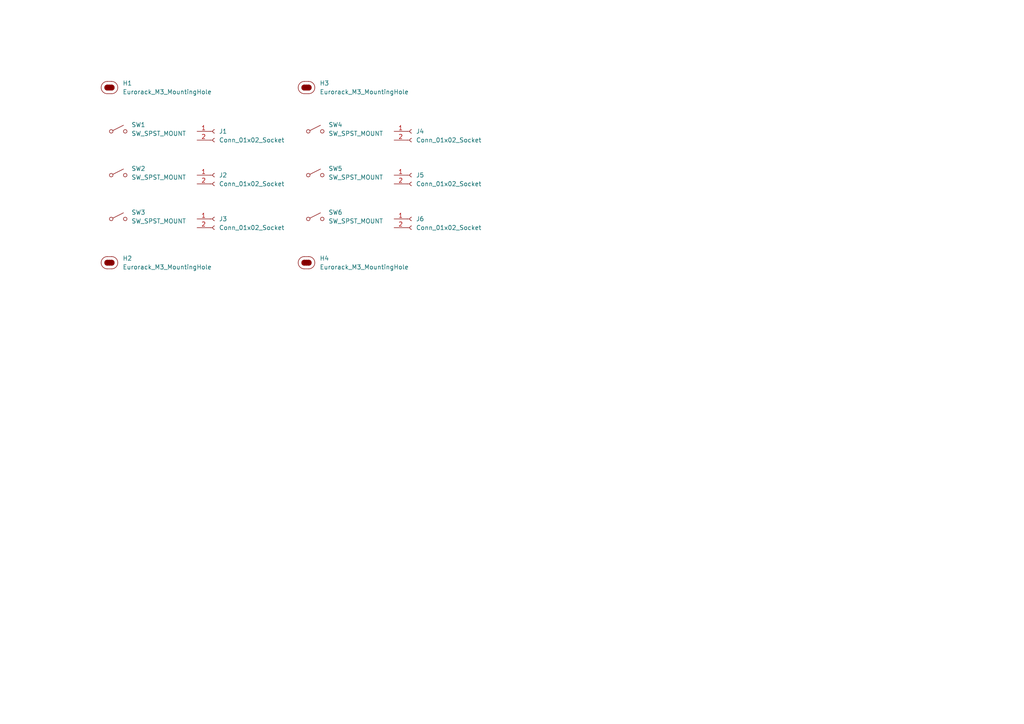
<source format=kicad_sch>
(kicad_sch (version 20231120) (generator "eeschema") (generator_version "8.0")
  (paper "A4")
  (lib_symbols
    (symbol "Connector:Conn_01x02_Socket" (pin_names (offset 1.016) hide)
      (property "Reference" "J" (at 0 2.54 0))
      (property "Value" "Conn_01x02_Socket" (at 0 -5.08 0))
      (symbol "Conn_01x02_Socket_1_1"
        (arc (start 0 -2.032) (mid -0.5058 -2.54) (end 0 -3.048) (stroke (width 0.1524)))
        (polyline (pts (xy -1.27 -2.54) (xy -0.508 -2.54)) (stroke (width 0.1524)))
        (polyline (pts (xy -1.27 0) (xy -0.508 0)) (stroke (width 0.1524)))
        (arc (start 0 0.508) (mid -0.5058 0) (end 0 -0.508) (stroke (width 0.1524)))
        (pin passive line (at -5.08 0 0) (length 3.81) (name "Pin_1") (number "1"))
        (pin passive line (at -5.08 -2.54 0) (length 3.81) (name "Pin_2") (number "2"))
      )
    )
    (symbol "EXC:Eurorack_M3_MountingHole" (pin_names (offset 1.016)) (exclude_from_sim yes) (in_bom no)
      (property "Reference" "H" (at 0 5.08 0))
      (property "Value" "Eurorack_M3_MountingHole" (at 0 3.175 0))
      (symbol "Eurorack_M3_MountingHole_0_1"
        (circle (center -0.635 0) (radius 0.762) (fill (type outline)))
        (arc (start -0.635 0.762) (mid -1.397 0) (end -0.635 -0.762))
        (arc (start -0.635 1.778) (mid -2.413 0) (end -0.635 -1.778))
        (polyline (pts (xy -0.635 -1.778) (xy 0.635 -1.778)))
        (polyline (pts (xy -0.635 -0.762) (xy 0.635 -0.762)))
        (polyline (pts (xy -0.635 0.762) (xy 0.635 0.762)))
        (polyline (pts (xy 0.635 1.778) (xy -0.635 1.778)))
        (circle (center 0 0) (radius 0.762) (fill (type outline)))
        (arc (start 0.6141 -1.778) (mid 2.4131 0) (end 0.6141 1.778))
        (arc (start 0.6227 -0.762) (mid 1.3971 0) (end 0.6227 0.762))
        (circle (center 0.635 0) (radius 0.762) (fill (type outline)))
      )
    )
    (symbol "EXC:SW_SPST-Cherry_Panel_Mount" (pin_names (offset 0) hide)
      (property "Reference" "SW" (at 0 3.175 0))
      (property "Value" "SW_SPST_MOUNT" (at 0 -2.032 0))
      (symbol "SW_SPST-Cherry_Panel_Mount_0_0"
        (circle (center -2.032 0) (radius 0.508))
        (polyline (pts (xy -1.524 0.254) (xy 1.524 1.778)))
        (circle (center 2.032 0) (radius 0.508))
      )
    )
  )
  (symbol (lib_id "Connector:Conn_01x02_Socket") (at 119.38 63.5 0) (unit 1)
    (property "Reference" "J6" (at 120.65 63.4999 0) (effects (justify left)))
    (property "Value" "Conn_01x02_Socket" (at 120.65 66.0399 0) (effects (justify left)))
    (property "Footprint" "Connector_PinSocket_2.54mm:PinSocket_1x02_P2.54mm_Vertical" (effects (hide yes)))
    (property "Description" "Generic connector, single row, 01x02, script generated" (effects (hide yes)))
  )
  (symbol (lib_id "EXC:SW_SPST-Cherry_Panel_Mount") (at 34.29 63.5 0) (unit 1)
    (property "Reference" "SW3" (at 38.1 61.5949 0) (effects (justify left)))
    (property "Value" "SW_SPST_MOUNT" (at 38.1 64.1349 0) (effects (justify left)))
    (property "Footprint" "EXC:SW_Cherry_MX_1.00u_Mount" (effects (hide yes)))
    (property "Datasheet" "https://hirosarts.com/blog/keycap-dimensions-guide-for-beginners/" (effects (hide yes)))
    (property "Description" "Single Pole Single Throw (SPST) panel-mount switch" (effects (hide yes)))
    (property "Source" "https://www.adafruit.com/product/4954" (effects (hide yes)))
  )
  (symbol (lib_id "EXC:SW_SPST-Cherry_Panel_Mount") (at 34.29 50.8 0) (unit 1)
    (property "Reference" "SW2" (at 38.1 48.8949 0) (effects (justify left)))
    (property "Value" "SW_SPST_MOUNT" (at 38.1 51.4349 0) (effects (justify left)))
    (property "Footprint" "EXC:SW_Cherry_MX_1.00u_Mount" (effects (hide yes)))
    (property "Datasheet" "https://hirosarts.com/blog/keycap-dimensions-guide-for-beginners/" (effects (hide yes)))
    (property "Description" "Single Pole Single Throw (SPST) panel-mount switch" (effects (hide yes)))
    (property "Source" "https://www.adafruit.com/product/4954" (effects (hide yes)))
  )
  (symbol (lib_id "Connector:Conn_01x02_Socket") (at 119.38 38.1 0) (unit 1)
    (property "Reference" "J4" (at 120.65 38.0999 0) (effects (justify left)))
    (property "Value" "Conn_01x02_Socket" (at 120.65 40.6399 0) (effects (justify left)))
    (property "Footprint" "Connector_PinSocket_2.54mm:PinSocket_1x02_P2.54mm_Vertical" (effects (hide yes)))
    (property "Description" "Generic connector, single row, 01x02, script generated" (effects (hide yes)))
  )
  (symbol (lib_id "EXC:Eurorack_M3_MountingHole") (at 31.75 76.2 0) (unit 1) (exclude_from_sim yes) (in_bom no)
    (property "Reference" "H2" (at 35.56 74.9299 0) (effects (justify left)))
    (property "Value" "Eurorack_M3_MountingHole" (at 35.56 77.4699 0) (effects (justify left)))
    (property "Footprint" "EXC:MountingHole_3.2mm_M3" (effects (hide yes)))
    (property "Description" "Mounting Hole without connection" (effects (hide yes)))
  )
  (symbol (lib_id "EXC:SW_SPST-Cherry_Panel_Mount") (at 91.44 50.8 0) (unit 1)
    (property "Reference" "SW5" (at 95.25 48.8949 0) (effects (justify left)))
    (property "Value" "SW_SPST_MOUNT" (at 95.25 51.4349 0) (effects (justify left)))
    (property "Footprint" "EXC:SW_Cherry_MX_1.00u_Mount" (effects (hide yes)))
    (property "Datasheet" "https://hirosarts.com/blog/keycap-dimensions-guide-for-beginners/" (effects (hide yes)))
    (property "Description" "Single Pole Single Throw (SPST) panel-mount switch" (effects (hide yes)))
    (property "Source" "https://www.adafruit.com/product/4954" (effects (hide yes)))
  )
  (symbol (lib_id "Connector:Conn_01x02_Socket") (at 119.38 50.8 0) (unit 1)
    (property "Reference" "J5" (at 120.65 50.7999 0) (effects (justify left)))
    (property "Value" "Conn_01x02_Socket" (at 120.65 53.3399 0) (effects (justify left)))
    (property "Footprint" "Connector_PinSocket_2.54mm:PinSocket_1x02_P2.54mm_Vertical" (effects (hide yes)))
    (property "Description" "Generic connector, single row, 01x02, script generated" (effects (hide yes)))
  )
  (symbol (lib_id "EXC:SW_SPST-Cherry_Panel_Mount") (at 34.29 38.1 0) (unit 1)
    (property "Reference" "SW1" (at 38.1 36.1949 0) (effects (justify left)))
    (property "Value" "SW_SPST_MOUNT" (at 38.1 38.7349 0) (effects (justify left)))
    (property "Footprint" "EXC:SW_Cherry_MX_1.00u_Mount" (effects (hide yes)))
    (property "Datasheet" "https://hirosarts.com/blog/keycap-dimensions-guide-for-beginners/" (effects (hide yes)))
    (property "Description" "Single Pole Single Throw (SPST) panel-mount switch" (effects (hide yes)))
    (property "Source" "https://www.adafruit.com/product/4954" (effects (hide yes)))
  )
  (symbol (lib_id "EXC:SW_SPST-Cherry_Panel_Mount") (at 91.44 63.5 0) (unit 1)
    (property "Reference" "SW6" (at 95.25 61.5949 0) (effects (justify left)))
    (property "Value" "SW_SPST_MOUNT" (at 95.25 64.1349 0) (effects (justify left)))
    (property "Footprint" "EXC:SW_Cherry_MX_1.00u_Mount" (effects (hide yes)))
    (property "Datasheet" "https://hirosarts.com/blog/keycap-dimensions-guide-for-beginners/" (effects (hide yes)))
    (property "Description" "Single Pole Single Throw (SPST) panel-mount switch" (effects (hide yes)))
    (property "Source" "https://www.adafruit.com/product/4954" (effects (hide yes)))
  )
  (symbol (lib_id "EXC:Eurorack_M3_MountingHole") (at 88.9 25.4 0) (unit 1) (exclude_from_sim yes) (in_bom no)
    (property "Reference" "H3" (at 92.71 24.1299 0) (effects (justify left)))
    (property "Value" "Eurorack_M3_MountingHole" (at 92.71 26.6699 0) (effects (justify left)))
    (property "Footprint" "EXC:MountingHole_3.2mm_M3" (effects (hide yes)))
    (property "Description" "Mounting Hole without connection" (effects (hide yes)))
  )
  (symbol (lib_id "Connector:Conn_01x02_Socket") (at 62.23 50.8 0) (unit 1)
    (property "Reference" "J2" (at 63.5 50.7999 0) (effects (justify left)))
    (property "Value" "Conn_01x02_Socket" (at 63.5 53.3399 0) (effects (justify left)))
    (property "Footprint" "Connector_PinSocket_2.54mm:PinSocket_1x02_P2.54mm_Vertical" (effects (hide yes)))
    (property "Description" "Generic connector, single row, 01x02, script generated" (effects (hide yes)))
  )
  (symbol (lib_id "EXC:Eurorack_M3_MountingHole") (at 31.75 25.4 0) (unit 1) (exclude_from_sim yes) (in_bom no)
    (property "Reference" "H1" (at 35.56 24.1299 0) (effects (justify left)))
    (property "Value" "Eurorack_M3_MountingHole" (at 35.56 26.6699 0) (effects (justify left)))
    (property "Footprint" "EXC:MountingHole_3.2mm_M3" (effects (hide yes)))
    (property "Description" "Mounting Hole without connection" (effects (hide yes)))
  )
  (symbol (lib_id "Connector:Conn_01x02_Socket") (at 62.23 38.1 0) (unit 1)
    (property "Reference" "J1" (at 63.5 38.0999 0) (effects (justify left)))
    (property "Value" "Conn_01x02_Socket" (at 63.5 40.6399 0) (effects (justify left)))
    (property "Footprint" "Connector_PinSocket_2.54mm:PinSocket_1x02_P2.54mm_Vertical" (effects (hide yes)))
    (property "Description" "Generic connector, single row, 01x02, script generated" (effects (hide yes)))
  )
  (symbol (lib_id "EXC:Eurorack_M3_MountingHole") (at 88.9 76.2 0) (unit 1) (exclude_from_sim yes) (in_bom no)
    (property "Reference" "H4" (at 92.71 74.9299 0) (effects (justify left)))
    (property "Value" "Eurorack_M3_MountingHole" (at 92.71 77.4699 0) (effects (justify left)))
    (property "Footprint" "EXC:MountingHole_3.2mm_M3" (effects (hide yes)))
    (property "Description" "Mounting Hole without connection" (effects (hide yes)))
  )
  (symbol (lib_id "Connector:Conn_01x02_Socket") (at 62.23 63.5 0) (unit 1)
    (property "Reference" "J3" (at 63.5 63.4999 0) (effects (justify left)))
    (property "Value" "Conn_01x02_Socket" (at 63.5 66.0399 0) (effects (justify left)))
    (property "Footprint" "Connector_PinSocket_2.54mm:PinSocket_1x02_P2.54mm_Vertical" (effects (hide yes)))
    (property "Description" "Generic connector, single row, 01x02, script generated" (effects (hide yes)))
  )
  (symbol (lib_id "EXC:SW_SPST-Cherry_Panel_Mount") (at 91.44 38.1 0) (unit 1)
    (property "Reference" "SW4" (at 95.25 36.1949 0) (effects (justify left)))
    (property "Value" "SW_SPST_MOUNT" (at 95.25 38.7349 0) (effects (justify left)))
    (property "Footprint" "EXC:SW_Cherry_MX_1.00u_Mount" (effects (hide yes)))
    (property "Datasheet" "https://hirosarts.com/blog/keycap-dimensions-guide-for-beginners/" (effects (hide yes)))
    (property "Description" "Single Pole Single Throw (SPST) panel-mount switch" (effects (hide yes)))
    (property "Source" "https://www.adafruit.com/product/4954" (effects (hide yes)))
  )
)
</source>
